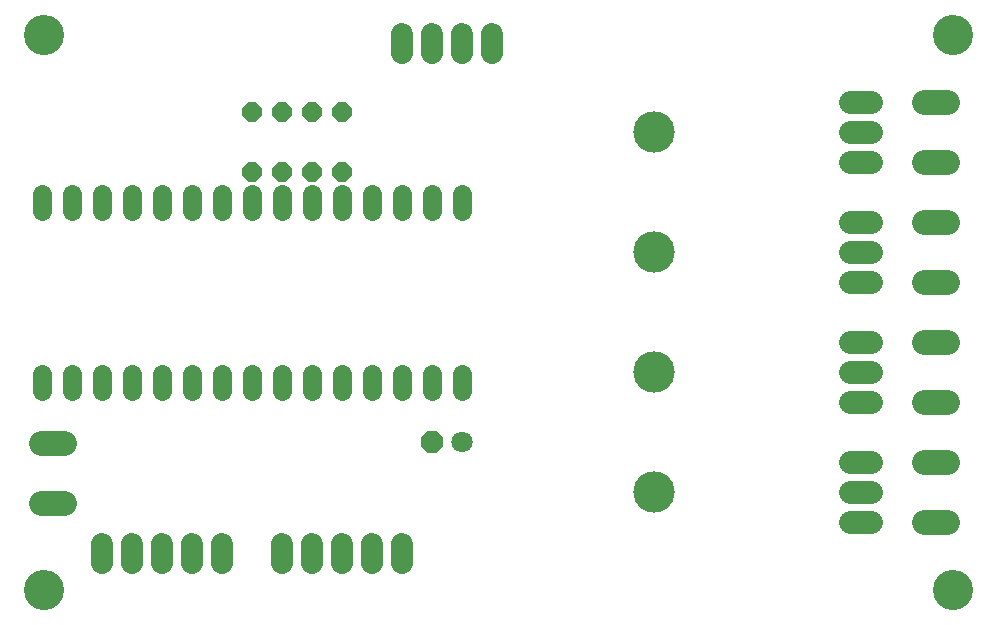
<source format=gbr>
G04 EAGLE Gerber RS-274X export*
G75*
%MOMM*%
%FSLAX34Y34*%
%LPD*%
%INSoldermask Top*%
%IPPOS*%
%AMOC8*
5,1,8,0,0,1.08239X$1,22.5*%
G01*
%ADD10C,3.403200*%
%ADD11P,1.951982X8X202.500000*%
%ADD12C,1.803400*%
%ADD13C,1.930400*%
%ADD14C,3.505200*%
%ADD15P,1.759533X8X292.500000*%
%ADD16C,1.828800*%
%ADD17C,2.133600*%
%ADD18C,1.612800*%


D10*
X40000Y510000D03*
X40000Y40000D03*
X810000Y40000D03*
X810000Y510000D03*
D11*
X368300Y165100D03*
D12*
X393700Y165100D03*
D13*
X722884Y402336D02*
X740156Y402336D01*
X740156Y427736D02*
X722884Y427736D01*
X722884Y453136D02*
X740156Y453136D01*
D14*
X556260Y427736D03*
D13*
X722884Y199136D02*
X740156Y199136D01*
X740156Y224536D02*
X722884Y224536D01*
X722884Y249936D02*
X740156Y249936D01*
D14*
X556260Y224536D03*
D13*
X722884Y300736D02*
X740156Y300736D01*
X740156Y326136D02*
X722884Y326136D01*
X722884Y351536D02*
X740156Y351536D01*
D14*
X556260Y326136D03*
D13*
X722884Y97536D02*
X740156Y97536D01*
X740156Y122936D02*
X722884Y122936D01*
X722884Y148336D02*
X740156Y148336D01*
D14*
X556260Y122936D03*
D15*
X292100Y444500D03*
X292100Y393700D03*
X266700Y444500D03*
X266700Y393700D03*
X215900Y444500D03*
X215900Y393700D03*
X241300Y444500D03*
X241300Y393700D03*
D16*
X342900Y79248D02*
X342900Y62992D01*
X317500Y62992D02*
X317500Y79248D01*
X292100Y79248D02*
X292100Y62992D01*
X266700Y62992D02*
X266700Y79248D01*
X241300Y79248D02*
X241300Y62992D01*
X190500Y62992D02*
X190500Y79248D01*
X165100Y79248D02*
X165100Y62992D01*
X139700Y62992D02*
X139700Y79248D01*
X114300Y79248D02*
X114300Y62992D01*
X88900Y62992D02*
X88900Y79248D01*
D17*
X785368Y402336D02*
X804672Y402336D01*
X804672Y453136D02*
X785368Y453136D01*
X785368Y199136D02*
X804672Y199136D01*
X804672Y249936D02*
X785368Y249936D01*
X785368Y300736D02*
X804672Y300736D01*
X804672Y351536D02*
X785368Y351536D01*
X785368Y97536D02*
X804672Y97536D01*
X804672Y148336D02*
X785368Y148336D01*
X56896Y113792D02*
X37592Y113792D01*
X37592Y164592D02*
X56896Y164592D01*
D18*
X393700Y361252D02*
X393700Y375348D01*
X368300Y375348D02*
X368300Y361252D01*
X342900Y361252D02*
X342900Y375348D01*
X317500Y375348D02*
X317500Y361252D01*
X292100Y361252D02*
X292100Y375348D01*
X266700Y375348D02*
X266700Y361252D01*
X241300Y361252D02*
X241300Y375348D01*
X215900Y375348D02*
X215900Y361252D01*
X190500Y361252D02*
X190500Y375348D01*
X165100Y375348D02*
X165100Y361252D01*
X139700Y361252D02*
X139700Y375348D01*
X114300Y375348D02*
X114300Y361252D01*
X393700Y222948D02*
X393700Y208852D01*
X368300Y208852D02*
X368300Y222948D01*
X342900Y222948D02*
X342900Y208852D01*
X190500Y208852D02*
X190500Y222948D01*
X165100Y222948D02*
X165100Y208852D01*
X139700Y208852D02*
X139700Y222948D01*
X114300Y222948D02*
X114300Y208852D01*
X38100Y208852D02*
X38100Y222948D01*
X38100Y361252D02*
X38100Y375348D01*
X63500Y375348D02*
X63500Y361252D01*
X88900Y361252D02*
X88900Y375348D01*
X63500Y222948D02*
X63500Y208852D01*
X88900Y208852D02*
X88900Y222948D01*
X317500Y222948D02*
X317500Y208852D01*
X215900Y208852D02*
X215900Y222948D01*
X241300Y222948D02*
X241300Y208852D01*
X266700Y208852D02*
X266700Y222948D01*
X292100Y222948D02*
X292100Y208852D01*
D16*
X419100Y494792D02*
X419100Y511048D01*
X393700Y511048D02*
X393700Y494792D01*
X368300Y494792D02*
X368300Y511048D01*
X342900Y511048D02*
X342900Y494792D01*
M02*

</source>
